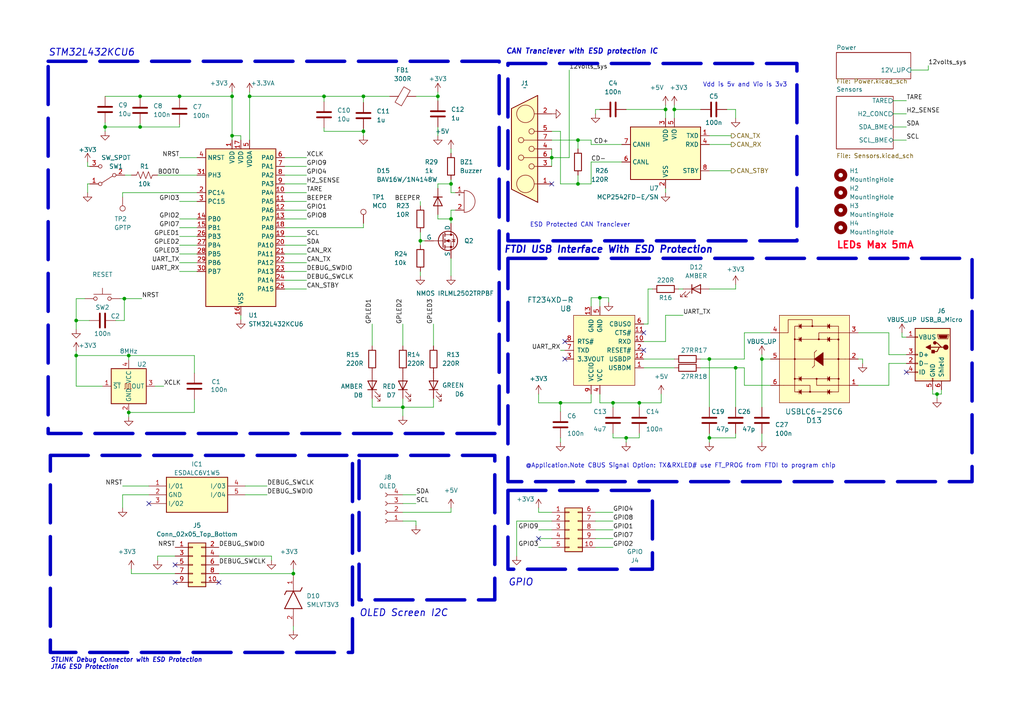
<source format=kicad_sch>
(kicad_sch (version 20231120) (generator "eeschema") (generator_version "8.0")
  (paper "A4")
  (junction (at 167.64 53.34))
  (junction (at 67.31 39.37))
  (junction (at 52.07 27.94))
  (junction (at 22.098 92.964))
  (junction (at 22.098 103.124))
  (junction (at 37.338 119.634))
  (junction (at 173.99 86.36))
  (junction (at 205.74 127))
  (junction (at 185.42 116.84))
  (junction (at 30.48 36.83))
  (junction (at 67.31 27.94))
  (junction (at 36.068 86.614))
  (junction (at 205.74 104.14))
  (junction (at 181.61 127))
  (junction (at 105.41 38.1))
  (junction (at 121.92 69.85))
  (junction (at 271.78 114.3))
  (junction (at 220.98 104.14))
  (junction (at 195.58 31.75))
  (junction (at 72.39 27.94))
  (junction (at 193.04 31.75))
  (junction (at 167.64 40.64))
  (junction (at 105.41 27.94))
  (junction (at 162.56 116.84))
  (junction (at 130.81 53.34))
  (junction (at 40.64 36.83))
  (junction (at 85.09 166.37))
  (junction (at 93.98 27.94))
  (junction (at 127 27.94))
  (junction (at 130.81 63.5))
  (junction (at 160.02 45.72))
  (junction (at 116.84 118.11))
  (junction (at 177.8 116.84))
  (junction (at 37.338 103.124))
  (junction (at 213.36 106.68))
  (junction (at 40.64 27.94))
  (no_connect (at 163.83 99.06))
  (no_connect (at 63.5 168.91))
  (no_connect (at 186.69 101.6))
  (no_connect (at 43.18 146.05))
  (no_connect (at 156.21 156.21))
  (no_connect (at 262.89 107.95))
  (no_connect (at 160.02 53.34))
  (no_connect (at 50.8 163.83))
  (no_connect (at 186.69 96.52))
  (no_connect (at 50.8 168.91))
  (no_connect (at 163.83 104.14))
  (wire (pts (xy 88.9 83.82) (xy 82.55 83.82)))
  (wire (pts (xy 35.56 140.97) (xy 43.18 140.97)))
  (wire (pts (xy 205.74 104.14) (xy 205.74 118.11)))
  (wire (pts (xy 107.95 100.33) (xy 107.95 93.98)))
  (wire (pts (xy 85.09 165.1) (xy 85.09 166.37)))
  (wire (pts (xy 52.07 71.12) (xy 57.15 71.12)))
  (wire (pts (xy 82.55 68.58) (xy 88.9 68.58)))
  (wire (pts (xy 88.9 55.88) (xy 82.55 55.88)))
  (wire (pts (xy 203.2 106.68) (xy 213.36 106.68)))
  (wire (pts (xy 187.96 93.98) (xy 186.69 93.98)))
  (wire (pts (xy 67.31 26.67) (xy 67.31 27.94)))
  (wire (pts (xy 215.9 104.14) (xy 205.74 104.14)))
  (wire (pts (xy 82.55 66.04) (xy 105.41 66.04)))
  (wire (pts (xy 35.56 55.88) (xy 57.15 55.88)))
  (wire (pts (xy 85.09 181.61) (xy 85.09 182.88)))
  (wire (pts (xy 72.39 27.94) (xy 93.98 27.94)))
  (wire (pts (xy 259.08 40.64) (xy 262.89 40.64)))
  (wire (pts (xy 125.73 118.11) (xy 125.73 115.57)))
  (wire (pts (xy 43.18 143.51) (xy 35.56 143.51)))
  (wire (pts (xy 149.86 151.13) (xy 160.02 151.13)))
  (wire (pts (xy 22.098 92.964) (xy 22.098 95.504)))
  (wire (pts (xy 35.56 55.88) (xy 35.56 57.15)))
  (wire (pts (xy 93.98 27.94) (xy 105.41 27.94)))
  (wire (pts (xy 45.72 162.56) (xy 45.72 161.29)))
  (wire (pts (xy 116.84 118.11) (xy 116.84 120.65)))
  (wire (pts (xy 213.36 83.82) (xy 205.74 83.82)))
  (wire (pts (xy 220.98 102.87) (xy 220.98 104.14)))
  (wire (pts (xy 24.638 86.614) (xy 22.098 86.614)))
  (wire (pts (xy 220.98 104.14) (xy 223.52 104.14)))
  (wire (pts (xy 93.98 27.94) (xy 93.98 29.464)))
  (wire (pts (xy 259.08 36.83) (xy 262.89 36.83)))
  (wire (pts (xy 116.84 100.33) (xy 116.84 93.98)))
  (wire (pts (xy 248.92 96.52) (xy 257.81 96.52)))
  (wire (pts (xy 273.05 113.03) (xy 273.05 114.3)))
  (wire (pts (xy 121.92 69.85) (xy 121.92 71.12)))
  (wire (pts (xy 205.74 104.14) (xy 203.2 104.14)))
  (wire (pts (xy 30.48 35.56) (xy 30.48 36.83)))
  (wire (pts (xy 257.81 105.41) (xy 262.89 105.41)))
  (wire (pts (xy 127 36.83) (xy 127 39.37)))
  (wire (pts (xy 105.41 27.94) (xy 105.41 29.718)))
  (wire (pts (xy 52.07 68.58) (xy 57.15 68.58)))
  (wire (pts (xy 220.98 104.14) (xy 220.98 118.11)))
  (wire (pts (xy 52.07 45.72) (xy 57.15 45.72)))
  (wire (pts (xy 259.08 29.21) (xy 262.89 29.21)))
  (wire (pts (xy 82.55 60.96) (xy 88.9 60.96)))
  (wire (pts (xy 130.81 43.18) (xy 130.81 44.45)))
  (wire (pts (xy 198.12 83.82) (xy 196.85 83.82)))
  (wire (pts (xy 82.55 63.5) (xy 88.9 63.5)))
  (wire (pts (xy 127 53.34) (xy 127 54.61)))
  (wire (pts (xy 213.36 127) (xy 205.74 127)))
  (wire (pts (xy 181.61 31.75) (xy 193.04 31.75)))
  (wire (pts (xy 171.45 114.3) (xy 171.45 116.84)))
  (wire (pts (xy 25.4 46.99) (xy 25.4 48.26)))
  (wire (pts (xy 193.04 91.44) (xy 193.04 99.06)))
  (wire (pts (xy 127 26.67) (xy 127 27.94)))
  (wire (pts (xy 34.798 86.614) (xy 36.068 86.614)))
  (wire (pts (xy 173.99 116.84) (xy 177.8 116.84)))
  (wire (pts (xy 177.8 125.73) (xy 177.8 127)))
  (wire (pts (xy 36.068 92.964) (xy 33.528 92.964)))
  (wire (pts (xy 56.388 115.824) (xy 56.388 119.634)))
  (wire (pts (xy 82.55 73.66) (xy 88.9 73.66)))
  (wire (pts (xy 121.92 58.42) (xy 121.92 59.69)))
  (wire (pts (xy 171.45 116.84) (xy 162.56 116.84)))
  (wire (pts (xy 171.45 41.91) (xy 180.34 41.91)))
  (wire (pts (xy 171.45 88.9) (xy 171.45 86.36)))
  (wire (pts (xy 52.07 27.94) (xy 52.07 28.448)))
  (wire (pts (xy 156.21 153.67) (xy 160.02 153.67)))
  (wire (pts (xy 165.1 20.32) (xy 165.1 45.72)))
  (wire (pts (xy 193.04 31.75) (xy 193.04 34.29)))
  (wire (pts (xy 37.338 104.394) (xy 37.338 103.124)))
  (wire (pts (xy 120.65 27.94) (xy 127 27.94)))
  (wire (pts (xy 167.64 40.64) (xy 171.45 40.64)))
  (wire (pts (xy 25.908 92.964) (xy 22.098 92.964)))
  (wire (pts (xy 78.74 162.56) (xy 78.74 161.29)))
  (wire (pts (xy 127 27.94) (xy 127 29.21)))
  (wire (pts (xy 181.61 127) (xy 181.61 128.27)))
  (wire (pts (xy 82.55 45.72) (xy 88.9 45.72)))
  (wire (pts (xy 205.74 49.53) (xy 212.09 49.53)))
  (wire (pts (xy 40.64 36.83) (xy 52.07 36.83)))
  (wire (pts (xy 72.39 27.94) (xy 72.39 40.64)))
  (wire (pts (xy 120.65 143.51) (xy 116.84 143.51)))
  (wire (pts (xy 45.72 50.8) (xy 57.15 50.8)))
  (wire (pts (xy 176.53 86.36) (xy 176.53 87.63)))
  (wire (pts (xy 185.42 125.73) (xy 185.42 127)))
  (wire (pts (xy 22.098 103.124) (xy 22.098 112.014)))
  (wire (pts (xy 30.48 36.83) (xy 40.64 36.83)))
  (wire (pts (xy 156.21 156.21) (xy 160.02 156.21)))
  (wire (pts (xy 220.98 125.73) (xy 220.98 128.27)))
  (wire (pts (xy 69.85 92.71) (xy 69.85 91.44)))
  (wire (pts (xy 107.95 118.11) (xy 107.95 115.57)))
  (wire (pts (xy 71.12 140.97) (xy 77.47 140.97)))
  (wire (pts (xy 213.36 31.75) (xy 210.82 31.75)))
  (wire (pts (xy 257.81 102.87) (xy 262.89 102.87)))
  (wire (pts (xy 215.9 96.52) (xy 223.52 96.52)))
  (wire (pts (xy 181.61 127) (xy 185.42 127)))
  (wire (pts (xy 22.098 112.014) (xy 29.718 112.014)))
  (wire (pts (xy 121.92 69.85) (xy 123.19 69.85)))
  (wire (pts (xy 271.78 115.57) (xy 271.78 114.3)))
  (wire (pts (xy 172.72 148.59) (xy 177.8 148.59)))
  (wire (pts (xy 205.74 39.37) (xy 212.09 39.37)))
  (wire (pts (xy 130.81 147.32) (xy 130.81 148.59)))
  (wire (pts (xy 82.55 71.12) (xy 88.9 71.12)))
  (wire (pts (xy 93.98 38.1) (xy 105.41 38.1)))
  (wire (pts (xy 22.098 101.854) (xy 22.098 103.124)))
  (wire (pts (xy 273.05 114.3) (xy 271.78 114.3)))
  (wire (pts (xy 56.388 108.204) (xy 56.388 103.124)))
  (wire (pts (xy 105.41 27.94) (xy 113.03 27.94)))
  (wire (pts (xy 195.58 30.48) (xy 195.58 31.75)))
  (wire (pts (xy 160.02 40.64) (xy 167.64 40.64)))
  (wire (pts (xy 82.55 76.2) (xy 88.9 76.2)))
  (wire (pts (xy 107.95 118.11) (xy 116.84 118.11)))
  (wire (pts (xy 264.16 20.32) (xy 269.24 20.32)))
  (wire (pts (xy 52.07 36.83) (xy 52.07 36.068)))
  (wire (pts (xy 25.4 53.34) (xy 26.035 53.34)))
  (wire (pts (xy 105.41 66.04) (xy 105.41 64.77)))
  (wire (pts (xy 195.58 31.75) (xy 195.58 34.29)))
  (wire (pts (xy 167.64 40.64) (xy 167.64 43.18)))
  (wire (pts (xy 167.64 53.34) (xy 162.56 53.34)))
  (wire (pts (xy 177.8 151.13) (xy 172.72 151.13)))
  (wire (pts (xy 213.36 106.68) (xy 213.36 118.11)))
  (wire (pts (xy 259.08 33.02) (xy 262.89 33.02)))
  (wire (pts (xy 116.84 118.11) (xy 116.84 115.57)))
  (wire (pts (xy 162.56 116.84) (xy 156.21 116.84)))
  (wire (pts (xy 69.85 39.37) (xy 69.85 40.64)))
  (wire (pts (xy 193.04 99.06) (xy 186.69 99.06)))
  (wire (pts (xy 132.08 60.96) (xy 130.81 60.96)))
  (wire (pts (xy 176.53 86.36) (xy 173.99 86.36)))
  (wire (pts (xy 171.45 46.99) (xy 171.45 53.34)))
  (wire (pts (xy 127 63.5) (xy 130.81 63.5)))
  (wire (pts (xy 193.04 54.61) (xy 193.04 55.88)))
  (wire (pts (xy 127 63.5) (xy 127 62.23)))
  (wire (pts (xy 162.56 116.84) (xy 162.56 119.38)))
  (wire (pts (xy 195.58 31.75) (xy 203.2 31.75)))
  (wire (pts (xy 57.15 73.66) (xy 52.07 73.66)))
  (wire (pts (xy 172.72 158.75) (xy 177.8 158.75)))
  (wire (pts (xy 171.45 46.99) (xy 180.34 46.99)))
  (wire (pts (xy 177.8 153.67) (xy 172.72 153.67)))
  (wire (pts (xy 215.9 106.68) (xy 215.9 111.76)))
  (wire (pts (xy 71.12 143.51) (xy 77.47 143.51)))
  (wire (pts (xy 177.8 156.21) (xy 172.72 156.21)))
  (wire (pts (xy 248.92 111.76) (xy 257.81 111.76)))
  (wire (pts (xy 72.39 26.67) (xy 72.39 27.94)))
  (wire (pts (xy 120.65 146.05) (xy 116.84 146.05)))
  (wire (pts (xy 40.64 35.814) (xy 40.64 36.83)))
  (wire (pts (xy 171.45 86.36) (xy 173.99 86.36)))
  (wire (pts (xy 177.8 116.84) (xy 177.8 118.11)))
  (wire (pts (xy 163.83 101.6) (xy 162.56 101.6)))
  (wire (pts (xy 52.07 66.04) (xy 57.15 66.04)))
  (wire (pts (xy 82.55 58.42) (xy 88.9 58.42)))
  (wire (pts (xy 93.98 37.084) (xy 93.98 38.1)))
  (wire (pts (xy 47.498 112.014) (xy 44.958 112.014)))
  (wire (pts (xy 35.56 143.51) (xy 35.56 147.32)))
  (wire (pts (xy 130.81 63.5) (xy 130.81 64.77)))
  (wire (pts (xy 162.56 53.34) (xy 162.56 38.1)))
  (wire (pts (xy 185.42 116.84) (xy 191.77 116.84)))
  (wire (pts (xy 78.74 161.29) (xy 63.5 161.29)))
  (wire (pts (xy 121.92 78.74) (xy 121.92 80.01)))
  (wire (pts (xy 250.19 104.14) (xy 250.19 105.41)))
  (wire (pts (xy 82.55 81.28) (xy 88.9 81.28)))
  (wire (pts (xy 37.338 103.124) (xy 22.098 103.124)))
  (wire (pts (xy 120.65 152.4) (xy 120.65 151.13)))
  (wire (pts (xy 36.195 50.8) (xy 38.1 50.8)))
  (wire (pts (xy 85.09 166.37) (xy 63.5 166.37)))
  (wire (pts (xy 213.36 125.73) (xy 213.36 127)))
  (wire (pts (xy 172.72 31.75) (xy 172.72 33.02)))
  (wire (pts (xy 269.24 20.32) (xy 269.24 19.05)))
  (wire (pts (xy 40.64 27.94) (xy 40.64 28.194)))
  (wire (pts (xy 25.4 53.34) (xy 25.4 55.88)))
  (wire (pts (xy 205.74 125.73) (xy 205.74 127)))
  (wire (pts (xy 67.31 27.94) (xy 67.31 39.37)))
  (wire (pts (xy 105.41 37.338) (xy 105.41 38.1)))
  (wire (pts (xy 30.48 27.94) (xy 40.64 27.94)))
  (wire (pts (xy 37.338 119.634) (xy 56.388 119.634)))
  (wire (pts (xy 130.81 53.34) (xy 127 53.34)))
  (wire (pts (xy 82.55 48.26) (xy 88.9 48.26)))
  (wire (pts (xy 121.92 67.31) (xy 121.92 69.85)))
  (wire (pts (xy 261.62 97.79) (xy 262.89 97.79)))
  (wire (pts (xy 177.8 116.84) (xy 185.42 116.84)))
  (wire (pts (xy 160.02 45.72) (xy 165.1 45.72)))
  (wire (pts (xy 156.21 158.75) (xy 160.02 158.75)))
  (wire (pts (xy 189.23 83.82) (xy 187.96 83.82)))
  (wire (pts (xy 156.21 116.84) (xy 156.21 114.3)))
  (wire (pts (xy 177.8 127) (xy 181.61 127)))
  (wire (pts (xy 173.99 31.75) (xy 172.72 31.75)))
  (wire (pts (xy 213.36 106.68) (xy 215.9 106.68)))
  (wire (pts (xy 52.07 78.74) (xy 57.15 78.74)))
  (wire (pts (xy 52.07 76.2) (xy 57.15 76.2)))
  (wire (pts (xy 45.72 161.29) (xy 50.8 161.29)))
  (wire (pts (xy 156.21 148.59) (xy 156.21 147.32)))
  (wire (pts (xy 105.41 38.1) (xy 105.41 39.37)))
  (wire (pts (xy 116.84 148.59) (xy 130.81 148.59)))
  (wire (pts (xy 37.338 119.634) (xy 37.338 120.904)))
  (wire (pts (xy 125.73 100.33) (xy 125.73 93.98)))
  (wire (pts (xy 171.45 53.34) (xy 167.64 53.34)))
  (wire (pts (xy 156.21 148.59) (xy 160.02 148.59)))
  (wire (pts (xy 130.81 52.07) (xy 130.81 53.34)))
  (wire (pts (xy 36.068 86.614) (xy 41.148 86.614)))
  (wire (pts (xy 25.4 48.26) (xy 26.035 48.26)))
  (wire (pts (xy 173.99 114.3) (xy 173.99 116.84)))
  (wire (pts (xy 185.42 116.84) (xy 185.42 118.11)))
  (wire (pts (xy 167.64 50.8) (xy 167.64 53.34)))
  (wire (pts (xy 173.99 86.36) (xy 173.99 88.9)))
  (wire (pts (xy 38.1 166.37) (xy 50.8 166.37)))
  (wire (pts (xy 40.64 27.94) (xy 52.07 27.94)))
  (wire (pts (xy 36.068 86.614) (xy 36.068 92.964)))
  (wire (pts (xy 22.098 86.614) (xy 22.098 92.964)))
  (wire (pts (xy 82.55 53.34) (xy 88.9 53.34)))
  (wire (pts (xy 160.02 45.72) (xy 160.02 48.26)))
  (wire (pts (xy 130.81 55.88) (xy 132.08 55.88)))
  (wire (pts (xy 205.74 41.91) (xy 212.09 41.91)))
  (wire (pts (xy 82.55 50.8) (xy 88.9 50.8)))
  (wire (pts (xy 213.36 34.29) (xy 213.36 31.75)))
  (wire (pts (xy 67.31 39.37) (xy 69.85 39.37)))
  (wire (pts (xy 193.04 91.44) (xy 198.12 91.44)))
  (wire (pts (xy 187.96 83.82) (xy 187.96 93.98)))
  (wire (pts (xy 215.9 111.76) (xy 223.52 111.76)))
  (wire (pts (xy 186.69 106.68) (xy 195.58 106.68)))
  (wire (pts (xy 130.81 53.34) (xy 130.81 55.88)))
  (wire (pts (xy 120.65 151.13) (xy 116.84 151.13)))
  (wire (pts (xy 186.69 104.14) (xy 195.58 104.14)))
  (wire (pts (xy 162.56 127) (xy 162.56 128.27)))
  (wire (pts (xy 215.9 96.52) (xy 215.9 104.14)))
  (wire (pts (xy 130.81 74.93) (xy 130.81 80.01)))
  (wire (pts (xy 193.04 30.48) (xy 193.04 31.75)))
  (wire (pts (xy 82.55 78.74) (xy 88.9 78.74)))
  (wire (pts (xy 116.84 118.11) (xy 125.73 118.11)))
  (wire (pts (xy 270.51 113.03) (xy 270.51 114.3)))
  (wire (pts (xy 171.45 40.64) (xy 171.45 41.91)))
  (wire (pts (xy 257.81 96.52) (xy 257.81 102.87)))
  (wire (pts (xy 160.02 43.18) (xy 160.02 45.72)))
  (wire (pts (xy 149.86 151.13) (xy 149.86 161.29)))
  (wire (pts (xy 261.62 96.52) (xy 261.62 97.79)))
  (wire (pts (xy 30.48 36.83) (xy 30.48 38.1)))
  (wire (pts (xy 162.56 38.1) (xy 160.02 38.1)))
  (wire (pts (xy 37.338 103.124) (xy 56.388 103.124)))
  (wire (pts (xy 52.07 63.5) (xy 57.15 63.5)))
  (wire (pts (xy 52.07 27.94) (xy 67.31 27.94)))
  (wire (pts (xy 248.92 104.14) (xy 250.19 104.14)))
  (wire (pts (xy 205.74 127) (xy 205.74 128.27)))
  (wire (pts (xy 257.81 111.76) (xy 257.81 105.41)))
  (wire (pts (xy 57.15 58.42) (xy 52.07 58.42)))
  (wire (pts (xy 67.31 39.37) (xy 67.31 40.64)))
  (wire (pts (xy 191.77 116.84) (xy 191.77 114.3)))
  (wire (pts (xy 213.36 82.55) (xy 213.36 83.82)))
  (wire (pts (xy 38.1 165.1) (xy 38.1 166.37)))
  (wire (pts (xy 130.81 60.96) (xy 130.81 63.5)))
  (wire (pts (xy 271.78 114.3) (xy 270.51 114.3)))
  (rectangle (start 14.605 132.08) (end 102.235 189.23) (stroke (width 1) (type dash)))
  (rectangle (start 147.32 142.24) (end 189.23 165.1) (stroke (width 1) (type dash)))
  (rectangle (start 13.97 17.78) (end 144.78 125.73) (stroke (width 1) (type dash)))
  (rectangle (start 147.32 18.415) (end 231.14 69.85) (stroke (width 1) (type dash)))
  (rectangle (start 147.32 74.93) (end 281.94 139.7) (stroke (width 1) (type dash)))
  (rectangle (start 104.14 132.08) (end 143.51 173.99) (stroke (width 1) (type dash)))
  (text "Vdd is 5v and Vio is 3v3\n" (at 203.835 25.4 0) (effects (font (size 1.27 1.27)) (justify left bottom)))
  (text "LEDs Max 5mA" (at 242.57 72.39 0) (effects (font (size 2 2) (thickness 0.4) (bold yes)) (justify left bottom)))
  (text "https://www.lcd-module.com/fileadmin/eng/pdf/doma/dogs164e.pdf" (at 20.32 304.8 0) (effects (font (size 1.27 1.27)) (justify left bottom)))
  (text "https://www.amazon.ca/GeeekPi-Display-Two-Color-Compatible-Raspberry/dp/B0B7RPCZ4Z/ref=sr_1_10?hvadid=604602882874&hvdev=c&hvlocphy=9001383&hvnetw=g&hvqmt=e&hvrand=1361348443853103793&hvtargid=kwd-298923025431&hydadcr=1498_13517094&keywords=i2c+display&qid=1697308350&sr=8-10\n" (at 20.32 300.99 0) (effects (font (size 1.27 1.27)) (justify left bottom)))
  (text "Place Holder I2C Dispaly module.\nOptions for I2C displays:\n  LCD - semi expensive & bulky; Easy to program and use, Decent display freedom\n7 Seg - Probably easiet method - already have stock - limited dispaly capability.\n OLED - Existing STM32 Drivers, semi-expensive - Huge display capability." (at 104.14 223.52 0) (effects (font (size 1.27 1.27)) (justify left bottom)))
  (text "FTDI USB Interface With ESD Protection\n" (at 146.05 73.66 0) (effects (font (size 2 2) (thickness 0.4) (bold yes) (italic yes)) (justify left bottom)))
  (text "OLED Screen I2C" (at 104.14 179.07 0) (effects (font (size 2 2) (thickness 0.254) (bold yes) (italic yes)) (justify left bottom)))
  (text "@Application.Note CBUS Signal Option: TX&RXLED# use FT_PROG from FTDI to program chip\n" (at 152.4 135.89 0) (effects (font (size 1.27 1.27)) (justify left bottom)))
  (text "STM32L432KCU6" (at 13.97 16.51 0) (effects (font (size 2 2) (thickness 0.254) (bold yes) (italic yes)) (justify left bottom)))
  (text "ESD Protected CAN Tranciever\n" (at 153.67 66.04 0) (effects (font (size 1.27 1.27)) (justify left bottom)))
  (text "STLINK Debug Connector with ESD Protection\nJTAG ESD Protection" (at 14.605 194.31 0) (effects (font (size 1.27 1.27) (thickness 0.254) (bold yes) (italic yes)) (justify left bottom)))
  (text "GPIO" (at 147.32 170.18 0) (effects (font (size 2 2) (thickness 0.254) (bold yes) (italic yes)) (justify left bottom)))
  (text "CAN Tranciever with ESD protection IC" (at 146.685 15.875 0) (effects (font (size 1.5 1.5) (thickness 0.3) (bold yes) (italic yes)) (justify left bottom)))
  (label "H2_SENSE" (at 88.9 53.34 0))
  (label "CAN_TX" (at 88.9 76.2 0))
  (label "GPIO4" (at 88.9 50.8 0))
  (label "GPIO4" (at 177.8 148.59 0))
  (label "GPIO8" (at 177.8 151.13 0))
  (label "DEBUG_SWCLK" (at 77.47 140.97 0))
  (label "UART_RX" (at 162.56 101.6 180))
  (label "NRST" (at 52.07 45.72 180))
  (label "H2_SENSE" (at 262.89 33.02 0))
  (label "CD+" (at 176.53 41.91 180))
  (label "GPIO7" (at 177.8 156.21 0))
  (label "CAN_RX" (at 88.9 73.66 0))
  (label "GPLED1" (at 52.07 68.58 180))
  (label "SCL" (at 120.65 146.05 0))
  (label "DEBUG_SWCLK" (at 63.5 163.83 0))
  (label "GPIO9" (at 88.9 48.26 0))
  (label "UART_TX" (at 52.07 76.2 180))
  (label "12volts_sys" (at 165.1 20.32 0))
  (label "DEBUG_SWDIO" (at 77.47 143.51 0))
  (label "GPIO3" (at 52.07 58.42 180))
  (label "SDA" (at 88.9 71.12 0))
  (label "GPIO1" (at 177.8 153.67 0))
  (label "BOOT0" (at 52.07 50.8 180))
  (label "GPLED3" (at 52.07 73.66 180))
  (label "DEBUG_SWCLK" (at 88.9 81.28 0))
  (label "GPIO7" (at 52.07 66.04 180))
  (label "SDA" (at 262.89 36.83 0))
  (label "BEEPER" (at 121.92 58.42 180))
  (label "GPIO2" (at 52.07 63.5 180))
  (label "DEBUG_SWDIO" (at 88.9 78.74 0))
  (label "SDA" (at 120.65 143.51 0))
  (label "GPLED2" (at 52.07 71.12 180))
  (label "NRST" (at 41.148 86.614 0))
  (label "XCLK" (at 88.9 45.72 0))
  (label "NRST" (at 35.56 140.97 180))
  (label "12volts_sys" (at 269.24 19.05 0))
  (label "GPIO9" (at 156.21 153.67 180))
  (label "TARE" (at 88.9 55.88 0))
  (label "NRST" (at 50.8 158.75 180))
  (label "SCL" (at 262.89 40.64 0))
  (label "UART_TX" (at 198.12 91.44 0))
  (label "GPIO3" (at 156.21 158.75 180))
  (label "UART_RX" (at 52.07 78.74 180))
  (label "GPLED3" (at 125.73 93.98 90))
  (label "CD-" (at 171.45 46.99 0))
  (label "XCLK" (at 47.498 112.014 0))
  (label "DEBUG_SWDIO" (at 63.5 158.75 0))
  (label "SCL" (at 88.9 68.58 0))
  (label "CAN_STBY" (at 88.9 83.82 0))
  (label "GPIO8" (at 88.9 63.5 0))
  (label "GPLED1" (at 107.95 93.98 90))
  (label "TARE" (at 262.89 29.21 0))
  (label "GPLED2" (at 116.84 93.98 90))
  (label "GPIO1" (at 88.9 60.96 0))
  (label "GPIO2" (at 177.8 158.75 0))
  (label "BEEPER" (at 88.9 58.42 0))
  (hierarchical_label "CAN_STBY" (shape output) (at 212.09 49.53 0))
  (hierarchical_label "CAN_RX" (shape output) (at 212.09 41.91 0))
  (hierarchical_label "CAN_TX" (shape output) (at 212.09 39.37 0))
  (symbol (lib_id "power:+3V3") (at 127 26.67 0) (unit 1)
    (property "Reference" "#PWR039" (effects (hide yes)))
    (property "Value" "+3V3" (at 127 22.86 0))
  )
  (symbol (lib_id "Device:C") (at 105.41 33.528 0) (unit 1)
    (property "Reference" "C11" (at 109.22 32.258 0) (effects (justify left)))
    (property "Value" "1u" (at 109.22 34.798 0) (effects (justify left)))
    (property "Footprint" "Capacitor_SMD:C_0805_2012Metric" (effects (hide yes)))
    (property "JLCPCB Part#(Optional)" "C28323" (effects (hide yes)))
    (property "JLCPCB Part#(optional)" "C28323" (effects (hide yes)))
  )
  (symbol (lib_id "Device:R") (at 130.81 48.26 0) (unit 1)
    (property "Reference" "R29" (at 123.19 46.99 0) (effects (justify left)))
    (property "Value" "1k" (at 123.19 49.53 0) (effects (justify left)))
    (property "Footprint" "Resistor_SMD:R_0805_2012Metric" (effects (hide yes)))
    (property "JLCPCB Part#(Optional)" "C17513" (effects (hide yes)))
    (property "JLCPCB Part#(optional)" "C17513" (effects (hide yes)))
  )
  (symbol (lib_id "power:+3V3") (at 213.36 82.55 0) (unit 1)
    (property "Reference" "#PWR063" (effects (hide yes)))
    (property "Value" "+3V3" (at 213.36 78.105 0))
  )
  (symbol (lib_id "power:GND") (at 37.338 120.904 0) (unit 1)
    (property "Reference" "#PWR040" (effects (hide yes)))
    (property "Value" "GND" (effects (hide yes)))
  )
  (symbol (lib_id "Device:C") (at 30.48 31.75 0) (unit 1)
    (property "Reference" "C9" (at 34.29 30.48 0) (effects (justify left)))
    (property "Value" "10u" (at 34.29 33.02 0) (effects (justify left)))
    (property "Footprint" "Capacitor_SMD:C_0603_1608Metric" (effects (hide yes)))
    (property "JLCPCB Part#(Optional)" "C96446" (effects (hide yes)))
    (property "JLCPCB Part#(optional)" "C96446" (effects (hide yes)))
  )
  (symbol (lib_id "Device:C") (at 127 33.02 0) (unit 1)
    (property "Reference" "C12" (at 130.81 31.75 0) (effects (justify left)))
    (property "Value" "1u" (at 130.81 34.29 0) (effects (justify left)))
    (property "Footprint" "Capacitor_SMD:C_0805_2012Metric" (effects (hide yes)))
    (property "JLCPCB Part#(Optional)" "C28323" (effects (hide yes)))
    (property "JLCPCB Part#(optional)" "C28323" (effects (hide yes)))
  )
  (symbol (lib_id "Device:R") (at 167.64 46.99 0) (mirror y) (unit 1)
    (property "Reference" "R26" (at 176.53 49.53 0) (effects (justify left)))
    (property "Value" "120R" (at 176.53 52.07 0) (effects (justify left)))
    (property "Footprint" "Resistor_SMD:R_0603_1608Metric" (effects (hide yes)))
  )
  (symbol (lib_id "Device:C") (at 177.8 31.75 90) (unit 1)
    (property "Reference" "C4" (at 177.8 24.13 90))
    (property "Value" "100n" (at 177.8 26.67 90))
    (property "Footprint" "Capacitor_SMD:C_0402_1005Metric" (effects (hide yes)))
    (property "JLCPCB Part#(Optional)" "C1525" (effects (hide yes)))
    (property "JLCPCB Part#(optional)" "C1525" (effects (hide yes)))
  )
  (symbol (lib_id "RF_Parts:ESDALC6V1W5") (at 43.18 140.97 0) (unit 1)
    (property "Reference" "IC1" (at 57.15 134.62 0))
    (property "Value" "ESDALC6V1W5" (at 57.15 137.16 0))
    (property "Footprint" "SYM&FOOT:SOT65P210X110-5N" (effects (hide yes)))
    (property "Datasheet" "http://www.st.com/web/en/resource/technical/document/datasheet/CD00002946.pdf" (effects (hide yes)))
    (property "Description" "6.1V 6.1V 4 3V SOT-323-5  ESD Protection Devices ROHS" (effects (hide yes)))
    (property "DK #" "497-7231-1-ND" (effects (hide yes)))
    (property "JLCPCB Part#(Optional)" "C2827626" (effects (hide yes)))
  )
  (symbol (lib_id "Connector_Generic:Conn_02x05_Odd_Even") (at 55.88 163.83 0) (unit 1)
    (property "Reference" "J5" (at 57.15 152.4 0))
    (property "Value" "Conn_02x05_Top_Bottom" (at 57.15 154.94 0))
    (property "Footprint" "Connector_PinHeader_2.54mm:PinHeader_2x05_P2.54mm_Vertical" (effects (hide yes)))
  )
  (symbol (lib_id "Device:C") (at 93.98 33.274 0) (unit 1)
    (property "Reference" "C10" (at 97.79 32.004 0) (effects (justify left)))
    (property "Value" "10u" (at 97.79 34.544 0) (effects (justify left)))
    (property "Footprint" "Capacitor_SMD:C_0603_1608Metric" (effects (hide yes)))
    (property "JLCPCB Part#(Optional)" "C96446" (effects (hide yes)))
    (property "JLCPCB Part#(optional)" "C96446" (effects (hide yes)))
  )
  (symbol (lib_id "Device:LED") (at 201.93 83.82 0) (unit 1)
    (property "Reference" "D12" (at 201.93 77.47 0))
    (property "Value" "AMBER" (at 201.93 80.01 0))
    (property "Footprint" "LED_SMD:LED_0805_2012Metric" (effects (hide yes)))
    (property "Description" "White -40℃~+85℃ 605nm~605nm Amber 54mW 0603 Light Emitting Diodes (LED) ROHS" (effects (hide yes)))
    (property "JLCPCB Part#(Optional)" "C2296" (effects (hide yes)))
    (property "JLCPCB Part#(optional)" "C2296" (effects (hide yes)))
  )
  (symbol (lib_id "power:GND") (at 193.04 55.88 0) (unit 1)
    (property "Reference" "#PWR043" (effects (hide yes)))
    (property "Value" "GND" (effects (hide yes)))
  )
  (symbol (lib_id "RF_Parts:VBUS_UP") (at 220.98 102.87 0) (mirror y) (unit 1)
    (property "Reference" "#PWR065" (effects (hide yes)))
    (property "Value" "VBUS_UP" (at 220.98 99.06 0))
  )
  (symbol (lib_id "power:GND") (at 250.19 105.41 0) (unit 1)
    (property "Reference" "#PWR064" (effects (hide yes)))
    (property "Value" "GND" (effects (hide yes)))
  )
  (symbol (lib_id "Mechanical:MountingHole") (at 243.84 55.88 0) (unit 1)
    (property "Reference" "H2" (at 246.38 54.61 0) (effects (justify left)))
    (property "Value" "MountingHole" (at 246.38 57.15 0) (effects (justify left)))
    (property "Footprint" "MountingHole:MountingHole_3.2mm_M3" (effects (hide yes)))
  )
  (symbol (lib_id "Device:R_US") (at 41.91 50.8 90) (unit 1)
    (property "Reference" "R1" (at 41.91 48.26 90))
    (property "Value" "10k" (at 41.91 53.34 90))
    (property "Footprint" "Resistor_SMD:R_0805_2012Metric" (effects (hide yes)))
    (property "JLCPCB Part#(Optional)" "C17414" (effects (hide yes)))
    (property "JLCPCB Part#(optional)" "C17414" (effects (hide yes)))
  )
  (symbol (lib_id "MCU_ST_STM32L4:STM32L432KCUx") (at 69.85 66.04 0) (unit 1)
    (property "Reference" "U1" (at 72.0441 91.44 0) (effects (justify left)))
    (property "Value" "STM32L432KCU6" (at 72.0441 93.98 0) (effects (justify left)))
    (property "Footprint" "Package_DFN_QFN:QFN-32-1EP_5x5mm_P0.5mm_EP3.45x3.45mm" (effects (hide yes)))
    (property "Datasheet" "https://www.st.com/resource/en/datasheet/stm32l432kc.pdf" (effects (hide yes)))
    (property "JLCPCB Part#(Optional)" "C1337280" (effects (hide yes)))
    (property "JLCPCB Part#(optional)" "C1337280" (effects (hide yes)))
  )
  (symbol (lib_id "Mechanical:MountingHole") (at 243.84 66.04 0) (unit 1)
    (property "Reference" "H4" (at 246.38 64.77 0) (effects (justify left)))
    (property "Value" "MountingHole" (at 246.38 67.31 0) (effects (justify left)))
    (property "Footprint" "MountingHole:MountingHole_3.2mm_M3" (effects (hide yes)))
  )
  (symbol (lib_id "Device:R") (at 125.73 104.14 180) (unit 1)
    (property "Reference" "R13" (at 133.35 102.87 0) (effects (justify left)))
    (property "Value" "220R" (at 133.35 105.41 0) (effects (justify left)))
    (property "Footprint" "Resistor_SMD:R_0805_2012Metric" (effects (hide yes)))
    (property "JLCPCB Part#(Optional)" "C17557" (effects (hide yes)))
    (property "JLCPCB Part#(optional)" "C17557" (effects (hide yes)))
  )
  (symbol (lib_id "Device:D") (at 127 58.42 270) (unit 1)
    (property "Reference" "D15" (at 109.22 49.53 90) (effects (justify left)))
    (property "Value" "BAV16W/1N4148W" (at 109.22 52.07 90) (effects (justify left)))
    (property "Footprint" "Diode_SMD:D_SOD-123" (effects (hide yes)))
    (property "JLCPCB Part#(Optional)" "C81598" (effects (hide yes)))
    (property "JLCPCB Part#(optional)" "C81598" (effects (hide yes)))
  )
  (symbol (lib_id "Device:R") (at 199.39 106.68 90) (unit 1)
    (property "Reference" "R18" (at 203.2 109.22 90))
    (property "Value" "27R" (at 199.39 109.22 90))
    (property "Footprint" "Resistor_SMD:R_0603_1608Metric" (effects (hide yes)))
    (property "JLCPCB Part#(Optional)" "C25190" (effects (hide yes)))
    (property "JLCPCB Part#(optional)" "C25190" (effects (hide yes)))
  )
  (symbol (lib_id "power:GND") (at 160.02 33.02 90) (unit 1)
    (property "Reference" "#PWR045" (effects (hide yes)))
    (property "Value" "GND" (effects (hide yes)))
  )
  (symbol (lib_id "power:GND") (at 271.78 115.57 0) (unit 1)
    (property "Reference" "#PWR068" (effects (hide yes)))
    (property "Value" "GND" (effects (hide yes)))
  )
  (symbol (lib_id "Connector:Conn_01x04_Socket") (at 111.76 148.59 180) (unit 1)
    (property "Reference" "J8" (at 112.395 138.43 0))
    (property "Value" "OLED" (at 112.395 140.97 0))
    (property "Footprint" "SYM&FOOT:Display_128x64_096_I2C" (effects (hide yes)))
  )
  (symbol (lib_id "power:GND") (at 127 39.37 0) (unit 1)
    (property "Reference" "#PWR09" (effects (hide yes)))
    (property "Value" "GND" (effects (hide yes)))
  )
  (symbol (lib_id "Connector:TestPoint") (at 105.41 64.77 0) (unit 1)
    (property "Reference" "TP1" (at 107.95 57.15 0) (effects (justify left)))
    (property "Value" "MCO" (at 107.95 59.69 0) (effects (justify left)))
    (property "Footprint" "TestPoint:TestPoint_Pad_D1.0mm" (effects (hide yes)))
  )
  (symbol (lib_id "Device:R") (at 121.92 63.5 180) (unit 1)
    (property "Reference" "R23" (at 116.84 59.69 0))
    (property "Value" "10R" (at 116.84 62.23 0))
    (property "Footprint" "Resistor_SMD:R_0805_2012Metric" (effects (hide yes)))
    (property "JLCPCB Part#(Optional)" "C17415" (effects (hide yes)))
    (property "JLCPCB Part#(optional)" "C17415" (effects (hide yes)))
  )
  (symbol (lib_id "Switch:SW_SPDT") (at 31.115 50.8 180) (unit 1)
    (property "Reference" "SW1" (at 33.655 48.26 0))
    (property "Value" "SW_SPDT" (at 33.655 45.72 0))
    (property "Footprint" "Button_Switch_SMD:SW_SPDT_PCM12" (effects (hide yes)))
    (property "DK #" "2223-SLW-66527511-SMT-TRCT-ND" (effects (hide yes)))
  )
  (symbol (lib_id "power:GND") (at 78.74 162.56 0) (unit 1)
    (property "Reference" "#PWR056" (effects (hide yes)))
    (property "Value" "GND" (effects (hide yes)))
  )
  (symbol (lib_id "dk_Interface-Controllers:FT234XD-R") (at 176.53 104.14 180) (unit 1)
    (property "Reference" "U8" (at 165.735 89.535 0) (effects (font (size 1.524 1.524)) (justify left)))
    (property "Value" "FT234XD-R" (at 166.37 86.995 0) (effects (font (size 1.524 1.524)) (justify left)))
    (property "Footprint" "digikey-footprints:DFN-12-1EP_3x3mm" (effects (hide yes)))
    (property "Datasheet" "http://www.ftdichip.com/Support/Documents/DataSheets/ICs/DS_FT234XD.pdf" (effects (hide yes)))
    (property "Description" "IC USB SERIAL BASIC UART 12DFN" (effects (hide yes)))
    (property "Category" "Integrated Circuits (ICs)" (effects (hide yes)))
    (property "DK #" "768-1178-1-ND" (effects (hide yes)))
    (property "JLCPCB Part#(Optional)" "C132158" (effects (hide yes)))
    (property "JLCPCB Part#(optional)" "C132158" (effects (hide yes)))
  )
  (symbol (lib_id "power:GND") (at 149.86 161.29 0) (unit 1)
    (property "Reference" "#PWR076" (effects (hide yes)))
    (property "Value" "GND" (effects (hide yes)))
  )
  (symbol (lib_id "Device:C") (at 220.98 121.92 0) (mirror x) (unit 1)
    (property "Reference" "C27" (at 224.79 123.19 0) (effects (justify left)))
    (property "Value" "100n" (at 224.79 125.73 0) (effects (justify left)))
    (property "Footprint" "Capacitor_SMD:C_0402_1005Metric" (effects (hide yes)))
    (property "Description" "100nF -20%,+80% 16V Y5V 0402 Multilayer Ceramic Capacitors MLCC - SMD/SMT RoHS" (effects (hide yes)))
    (property "JLCPCB Part#(Optional)" "C1525" (effects (hide yes)))
    (property "JLCPCB Part#(optional)" "C1525" (effects (hide yes)))
  )
  (symbol (lib_id "power:GND") (at 30.48 38.1 0) (unit 1)
    (property "Reference" "#PWR06" (effects (hide yes)))
    (property "Value" "GND" (effects (hide yes)))
  )
  (symbol (lib_id "power:GND") (at 205.74 128.27 0) (unit 1)
    (property "Reference" "#PWR062" (effects (hide yes)))
    (property "Value" "GND" (effects (hide yes)))
  )
  (symbol (lib_id "power:GND") (at 172.72 33.02 0) (unit 1)
    (property "Reference" "#PWR012" (effects (hide yes)))
    (property "Value" "GND" (effects (hide yes)))
  )
  (symbol (lib_id "power:GND") (at 105.41 39.37 0) (unit 1)
    (property "Reference" "#PWR08" (effects (hide yes)))
    (property "Value" "GND" (effects (hide yes)))
  )
  (symbol (lib_id "power:GND") (at 181.61 128.27 0) (unit 1)
    (property "Reference" "#PWR060" (effects (hide yes)))
    (property "Value" "GND" (effects (hide yes)))
  )
  (symbol (lib_id "Switch:SW_Push") (at 29.718 86.614 0) (unit 1)
    (property "Reference" "SW2" (at 29.718 89.154 0))
    (property "Value" "RESET" (at 29.718 79.629 0))
    (property "Footprint" "Button_Switch_THT:SW_PUSH_6mm_H5mm" (effects (hide yes)))
  )
  (symbol (lib_id "Device:LED") (at 116.84 111.76 90) (unit 1)
    (property "Reference" "D7" (at 114.808 114.6175 90) (effects (justify left)))
    (property "Value" "RED" (at 114.808 112.0775 90) (effects (justify left)))
    (property "Footprint" "LED_SMD:LED_0805_2012Metric" (effects (hide yes)))
    (property "JLCPCB Part#(Optional)" "C84256" (effects (hide yes)))
    (property "JLCPCB Part#(optional)" "C84256" (effects (hide yes)))
  )
  (symbol (lib_id "power:GND") (at 121.92 80.01 0) (unit 1)
    (property "Reference" "#PWR079" (effects (hide yes)))
    (property "Value" "GND" (effects (hide yes)))
  )
  (symbol (lib_id "dk_TVS-Diodes:USBLC6-2SC6") (at 236.22 104.14 180) (unit 1)
    (property "Reference" "D13" (at 236.093 121.92 0) (effects (font (size 1.524 1.524))))
    (property "Value" "USBLC6-2SC6" (at 236.093 119.38 0) (effects (font (size 1.524 1.524))))
    (property "Footprint" "SYM&FOOT:SOT23-6L_STM" (effects (hide yes)))
    (property "Datasheet" "http://www.st.com/content/ccc/resource/technical/document/datasheet/06/1d/48/9c/6c/20/4a/b2/CD00050750.pdf/files/CD00050750.pdf/jcr:content/translations/en.CD00050750.pdf" (effects (hide yes)))
    (property "Description" "TVS DIODE 5.25V 17V SOT23-6" (effects (hide yes)))
    (property "Category" "Circuit Protection" (effects (hide yes)))
    (property "DK #" "497-5235-1-ND" (effects (hide yes)))
  )
  (symbol (lib_id "Device:R") (at 193.04 83.82 90) (unit 1)
    (property "Reference" "R16" (at 193.04 86.36 90))
    (property "Value" "220R" (at 193.04 81.28 90))
    (property "Footprint" "Resistor_SMD:R_0805_2012Metric" (effects (hide yes)))
    (property "JLCPCB Part#(Optional)" "C17557" (effects (hide yes)))
    (property "JLCPCB Part#(optional)" "C17557" (effects (hide yes)))
  )
  (symbol (lib_id "power:+3V3") (at 156.21 147.32 0) (unit 1)
    (property "Reference" "#PWR077" (effects (hide yes)))
    (property "Value" "+3V3" (at 152.4 144.78 0))
  )
  (symbol (lib_id "Device:C") (at 162.56 123.19 0) (unit 1)
    (property "Reference" "C6" (at 164.465 120.65 0) (effects (justify left)))
    (property "Value" "100n" (at 164.465 125.73 0) (effects (justify left)))
    (property "Footprint" "Capacitor_SMD:C_0402_1005Metric" (effects (hide yes)))
    (property "Description" "100nF -20%,+80% 16V Y5V 0402 Multilayer Ceramic Capacitors MLCC - SMD/SMT RoHS" (effects (hide yes)))
    (property "JLCPCB Part#(Optional)" "C1525" (effects (hide yes)))
    (property "JLCPCB Part#(optional)" "C1525" (effects (hide yes)))
  )
  (symbol (lib_id "power:GND") (at 25.4 55.88 0) (unit 1)
    (property "Reference" "#PWR011" (effects (hide yes)))
    (property "Value" "GND" (effects (hide yes)))
  )
  (symbol (lib_id "Device:LED") (at 125.73 111.76 90) (unit 1)
    (property "Reference" "D6" (at 134.62 114.3 90) (effects (justify left)))
    (property "Value" "GREEN" (at 134.62 111.76 90) (effects (justify left)))
    (property "Footprint" "LED_SMD:LED_0805_2012Metric" (effects (hide yes)))
    (property "JLCPCB Part#(Optional)" "C2297" (effects (hide yes)))
    (property "JLCPCB Part#(optional)" "C2297" (effects (hide yes)))
  )
  (symbol (lib_id "Device:C") (at 185.42 121.92 0) (unit 1)
    (property "Reference" "C14" (at 187.325 119.38 0) (effects (justify left)))
    (property "Value" "100n" (at 187.325 124.46 0) (effects (justify left)))
    (property "Footprint" "Capacitor_SMD:C_0402_1005Metric" (effects (hide yes)))
    (property "Description" "100nF -20%,+80% 16V Y5V 0402 Multilayer Ceramic Capacitors MLCC - SMD/SMT RoHS" (effects (hide yes)))
    (property "JLCPCB Part#(Optional)" "C1525" (effects (hide yes)))
    (property "JLCPCB Part#(optional)" "C1525" (effects (hide yes)))
  )
  (symbol (lib_id "power:+5V") (at 193.04 30.48 0) (unit 1)
    (property "Reference" "#PWR013" (effects (hide yes)))
    (property "Value" "+5V" (at 190.5 25.4 0))
  )
  (symbol (lib_id "power:GND") (at 22.098 95.504 0) (unit 1)
    (property "Reference" "#PWR041" (effects (hide yes)))
    (property "Value" "GND" (effects (hide yes)))
  )
  (symbol (lib_id "Device:FerriteBead") (at 116.84 27.94 90) (unit 1)
    (property "Reference" "FB1" (at 116.7892 20.32 90))
    (property "Value" "300R" (at 116.7892 22.86 90))
    (property "Footprint" "Inductor_SMD:L_0805_2012Metric" (effects (hide yes)))
    (property "DK #" "1934-1474-1-ND" (effects (hide yes)))
  )
  (symbol (lib_id "power:GND") (at 45.72 162.56 0) (mirror y) (unit 1)
    (property "Reference" "#PWR080" (effects (hide yes)))
    (property "Value" "GND" (effects (hide yes)))
  )
  (symbol (lib_id "RF_Parts:VBUS_UP") (at 261.62 96.52 0) (unit 1)
    (property "Reference" "#PWR067" (effects (hide yes)))
    (property "Value" "VBUS_UP" (at 261.62 92.71 0))
  )
  (symbol (lib_id "Device:C") (at 205.74 121.92 180) (unit 1)
    (property "Reference" "C19" (at 210.185 119.38 0) (effects (justify left)))
    (property "Value" "47p" (at 211.455 124.46 0) (effects (justify left)))
    (property "Footprint" "Capacitor_SMD:C_0603_1608Metric" (effects (hide yes)))
    (property "JLCPCB Part#(Optional)" "C1671" (effects (hide yes)))
    (property "JLCPCB Part#(optional)" "C1671" (effects (hide yes)))
  )
  (symbol (lib_id "power:+3V3") (at 25.4 46.99 0) (unit 1)
    (property "Reference" "#PWR010" (effects (hide yes)))
    (property "Value" "+3V3" (at 25.4 43.434 0))
  )
  (symbol (lib_id "RF_Parts:SMLVT3V3") (at 85.09 166.37 270) (unit 1)
    (property "Reference" "D10" (at 88.9 172.847 90) (effects (justify left)))
    (property "Value" "SMLVT3V3" (at 88.9 175.387 90) (effects (justify left)))
    (property "Footprint" "SYM&FOOT:DIOM5436X265N" (effects (hide yes)))
    (property "Datasheet" "https://www.st.com/resource/en/datasheet/smlvt3v3.pdf" (effects (hide yes)))
    (property "Description" "7.3V 4.1V 3.3V SMB TVS ROHS" (effects (hide yes)))
    (property "DK #" "497-2496-1-ND" (effects (hide yes)))
    (property "JLCPCB Part#(Optional)" "C283619" (effects (hide yes)))
  )
  (symbol (lib_id "power:+3V3") (at 38.1 165.1 0) (unit 1)
    (property "Reference" "#PWR082" (effects (hide yes)))
    (property "Value" "+3V3" (at 36.83 160.02 0))
  )
  (symbol (lib_id "Simulation_SPICE:NMOS") (at 128.27 69.85 0) (unit 1)
    (property "Reference" "Q2" (at 134.62 69.85 0) (effects (justify left)))
    (property "Value" "NMOS IRLML2502TRPBF" (at 120.65 85.09 0) (effects (justify left)))
    (property "Footprint" "Package_TO_SOT_SMD:SOT-23" (effects (hide yes)))
    (property "Datasheet" "https://ngspice.sourceforge.io/docs/ngspice-manual.pdf" (effects (hide yes)))
    (property "Description" "Any n channel mosfet that can handle 5v" (effects (hide yes)))
    (property "DK #" "IRLML2502TRPBFCT-ND" (effects (hide yes)))
    (property "JLCPCB Part#(optional)" "C8545" (effects (hide yes)))
    (property "JLCPCB Part#(Optional)" "C8545" (effects (hide yes)))
  )
  (symbol (lib_id "power:+5V") (at 130.81 43.18 0) (unit 1)
    (property "Reference" "#PWR054" (effects (hide yes)))
    (property "Value" "+5V" (at 128.27 38.1 0))
  )
  (symbol (lib_id "Device:C") (at 177.8 121.92 0) (unit 1)
    (property "Reference" "C13" (at 172.085 119.38 0) (effects (justify left)))
    (property "Value" "4u7" (at 172.085 124.46 0) (effects (justify left)))
    (property "Footprint" "Capacitor_SMD:C_0805_2012Metric" (effects (hide yes)))
    (property "JLCPCB Part#(Optional)" "C1779" (effects (hide yes)))
    (property "JLCPCB Part#(optional)" "C1779" (effects (hide yes)))
  )
  (symbol (lib_id "power:+3.3VA") (at 72.39 26.67 0) (unit 1)
    (property "Reference" "#PWR07" (effects (hide yes)))
    (property "Value" "+3.3VA" (at 76.2 24.13 0))
  )
  (symbol (lib_id "Mechanical:MountingHole") (at 243.84 60.96 0) (unit 1)
    (property "Reference" "H3" (at 246.38 59.69 0) (effects (justify left)))
    (property "Value" "MountingHole" (at 246.38 62.23 0) (effects (justify left)))
    (property "Footprint" "MountingHole:MountingHole_3.2mm_M3" (effects (hide yes)))
  )
  (symbol (lib_id "Device:R") (at 199.39 104.14 90) (unit 1)
    (property "Reference" "R17" (at 203.2 101.6 90))
    (property "Value" "27R" (at 199.39 101.6 90))
    (property "Footprint" "Resistor_SMD:R_0603_1608Metric" (effects (hide yes)))
    (property "JLCPCB Part#(Optional)" "C25190" (effects (hide yes)))
    (property "JLCPCB Part#(optional)" "C25190" (effects (hide yes)))
  )
  (symbol (lib_id "Connector_Generic:Conn_02x05_Top_Bottom") (at 165.1 153.67 0) (unit 1)
    (property "Reference" "J4" (at 184.15 162.56 0))
    (property "Value" "GPIO" (at 184.15 160.02 0))
    (property "Footprint" "Connector_PinHeader_2.54mm:PinHeader_2x05_P2.54mm_Vertical" (effects (hide yes)))
    (property "JLCPCB Part#(Optional)" "C5116482" (effects (hide yes)))
  )
  (symbol (lib_id "Interface_CAN_LIN:MCP2542FDxMF") (at 193.04 44.45 0) (mirror y) (unit 1)
    (property "Reference" "U7" (at 191.0841 54.61 0) (effects (justify left)))
    (property "Value" "MCP2542FD-E/SN" (at 191.0841 57.15 0) (effects (justify left)))
    (property "Footprint" "Package_SO:SOIC-8_3.9x4.9mm_P1.27mm" (effects (hide yes)))
    (property "Datasheet" "http://ww1.microchip.com/downloads/en/DeviceDoc/MCP2542FD-4FD-MCP2542WFD-4WFD-Data-Sheet20005514B.pdf" (effects (hide yes)))
    (property "DK #" "MCP2542FD-E/SN-ND" (effects (hide yes)))
  )
  (symbol (lib_id "Mechanical:MountingHole") (at 243.84 50.8 0) (unit 1)
    (property "Reference" "H1" (at 246.38 49.53 0) (effects (justify left)))
    (property "Value" "MountingHole" (at 246.38 52.07 0) (effects (justify left)))
    (property "Footprint" "MountingHole:MountingHole_3.2mm_M3" (effects (hide yes)))
  )
  (symbol (lib_id "power:GND") (at 69.85 92.71 0) (unit 1)
    (property "Reference" "#PWR04" (effects (hide yes)))
    (property "Value" "GND" (effects (hide yes)))
  )
  (symbol (lib_id "power:+3V3") (at 156.21 114.3 0) (unit 1)
    (property "Reference" "#PWR057" (effects (hide yes)))
    (property "Value" "+3V3" (at 156.21 109.855 0))
  )
  (symbol (lib_id "Device:C") (at 213.36 121.92 180) (unit 1)
    (property "Reference" "C26" (at 217.805 119.38 0) (effects (justify left)))
    (property "Value" "47p" (at 219.075 124.46 0) (effects (justify left)))
    (property "Footprint" "Capacitor_SMD:C_0603_1608Metric" (effects (hide yes)))
    (property "JLCPCB Part#(Optional)" "C1671" (effects (hide yes)))
    (property "JLCPCB Part#(optional)" "C1671" (effects (hide yes)))
  )
  (symbol (lib_id "Device:R") (at 107.95 104.14 180) (unit 1)
    (property "Reference" "R15" (at 100.33 102.87 0) (effects (justify right)))
    (property "Value" "220R" (at 100.33 105.41 0) (effects (justify right)))
    (property "Footprint" "Resistor_SMD:R_0805_2012Metric" (effects (hide yes)))
    (property "JLCPCB Part#(Optional)" "C17557" (effects (hide yes)))
    (property "JLCPCB Part#(optional)" "C17557" (effects (hide yes)))
  )
  (symbol (lib_id "power:GND") (at 176.53 87.63 0) (unit 1)
    (property "Reference" "#PWR059" (effects (hide yes)))
    (property "Value" "GND" (effects (hide yes)))
  )
  (symbol (lib_id "Device:C") (at 52.07 32.258 0) (unit 1)
    (property "Reference" "C7" (at 55.88 30.988 0) (effects (justify left)))
    (property "Value" "100n" (at 55.88 33.528 0) (effects (justify left)))
    (property "Footprint" "Capacitor_SMD:C_0402_1005Metric" (effects (hide yes)))
    (property "JLCPCB Part#(Optional)" "C1525" (effects (hide yes)))
    (property "JLCPCB Part#(optional)" "C1525" (effects (hide yes)))
  )
  (symbol (lib_id "power:GND") (at 130.81 80.01 0) (unit 1)
    (property "Reference" "#PWR078" (effects (hide yes)))
    (property "Value" "GND" (effects (hide yes)))
  )
  (symbol (lib_id "Device:Buzzer") (at 134.62 58.42 0) (unit 1)
    (property "Reference" "BZ1" (at 133.35 46.99 0) (effects (justify left)))
    (property "Value" "Buzzer" (at 133.35 49.53 0) (effects (justify left)))
    (property "Footprint" "Buzzer_Beeper:MagneticBuzzer_ProSignal_ABT-410-RC" (effects (hide yes)))
    (property "DK #" "AT-1224-TWT-5V-2-R" (effects (hide yes)))
  )
  (symbol (lib_id "power:+5V") (at 130.81 147.32 0) (unit 1)
    (property "Reference" "#PWR052" (effects (hide yes)))
    (property "Value" "+5V" (at 130.81 142.24 0))
  )
  (symbol (lib_id "Device:C") (at 40.64 32.004 0) (unit 1)
    (property "Reference" "C8" (at 44.45 30.734 0) (effects (justify left)))
    (property "Value" "100n" (at 44.45 33.274 0) (effects (justify left)))
    (property "Footprint" "Capacitor_SMD:C_0402_1005Metric" (effects (hide yes)))
    (property "JLCPCB Part#(Optional)" "C1525" (effects (hide yes)))
    (property "JLCPCB Part#(optional)" "C1525" (effects (hide yes)))
  )
  (symbol (lib_id "ecocad_lib_symbols:DB7W2") (at 152.4 43.18 180) (unit 1)
    (property "Reference" "J1" (at 152.2095 24.13 0))
    (property "Value" "~" (at 152.2095 25.4 0))
    (property "Footprint" "ecocad_lib_footprints:DB7W2-30A" (effects (hide yes)))
  )
  (symbol (lib_id "power:GND") (at 213.36 34.29 0) (unit 1)
    (property "Reference" "#PWR050" (effects (hide yes)))
    (property "Value" "GND" (effects (hide yes)))
  )
  (symbol (lib_id "power:+3V3") (at 85.09 165.1 0) (unit 1)
    (property "Reference" "#PWR081" (effects (hide yes)))
    (property "Value" "+3V3" (at 83.82 160.02 0))
  )
  (symbol (lib_id "power:+3V3") (at 67.31 26.67 0) (unit 1)
    (property "Reference" "#PWR05" (effects (hide yes)))
    (property "Value" "+3V3" (at 63.5 24.13 0))
  )
  (symbol (lib_id "power:GND") (at 35.56 147.32 0) (unit 1)
    (property "Reference" "#PWR047" (effects (hide yes)))
    (property "Value" "GND" (effects (hide yes)))
  )
  (symbol (lib_id "power:+3V3") (at 195.58 30.48 0) (unit 1)
    (property "Reference" "#PWR044" (effects (hide yes)))
    (property "Value" "+3V3" (at 196.85 25.4 0))
  )
  (symbol (lib_id "Connector:TestPoint") (at 35.56 57.15 180) (unit 1)
    (property "Reference" "TP2" (at 36.83 63.5 0) (effects (justify left)))
    (property "Value" "GPTP" (at 38.1 66.04 0) (effects (justify left)))
    (property "Footprint" "TestPoint:TestPoint_Pad_D1.0mm" (effects (hide yes)))
  )
  (symbol (lib_id "Device:R") (at 121.92 74.93 0) (unit 1)
    (property "Reference" "R24" (at 114.3 73.66 0) (effects (justify left)))
    (property "Value" "10k" (at 114.3 76.2 0) (effects (justify left)))
    (property "Footprint" "Resistor_SMD:R_0805_2012Metric" (effects (hide yes)))
    (property "JLCPCB Part#(Optional)" "C17414" (effects (hide yes)))
    (property "JLCPCB Part#(optional)" "C17414" (effects (hide yes)))
  )
  (symbol (lib_id "RF_Parts:SG-3225CAN") (at 37.338 112.014 0) (unit 1)
    (property "Reference" "U2" (at 41.148 105.664 0))
    (property "Value" "8MHz" (at 37.338 101.854 0))
    (property "Footprint" "Crystal:Crystal_SMD_3225-4Pin_3.2x2.5mm" (effects (hide yes)))
    (property "DK #" "535-ASE-8.000MHZ-L-C-TCT-ND" (effects (hide yes)))
  )
  (symbol (lib_id "power:+3V3") (at 22.098 101.854 0) (unit 1)
    (property "Reference" "#PWR03" (effects (hide yes)))
    (property "Value" "+3V3" (at 25.4 100.203 0))
  )
  (symbol (lib_id "Device:C") (at 207.01 31.75 270) (unit 1)
    (property "Reference" "C5" (at 207.01 27.94 90))
    (property "Value" "100n" (at 207.01 35.56 90))
    (property "Footprint" "Capacitor_SMD:C_0402_1005Metric" (effects (hide yes)))
    (property "JLCPCB Part#(Optional)" "C1525" (effects (hide yes)))
    (property "JLCPCB Part#(optional)" "C1525" (effects (hide yes)))
  )
  (symbol (lib_id "power:GND") (at 85.09 182.88 0) (unit 1)
    (property "Reference" "#PWR046" (effects (hide yes)))
    (property "Value" "GND" (effects (hide yes)))
  )
  (symbol (lib_id "Device:C") (at 56.388 112.014 180) (unit 1)
    (property "Reference" "C1" (at 64.008 110.744 0) (effects (justify left)))
    (property "Value" "100n" (at 66.04 113.03 0) (effects (justify left)))
    (property "Footprint" "Capacitor_SMD:C_0402_1005Metric" (effects (hide yes)))
    (property "Description" "100nF -20%,+80% 16V Y5V 0402 Multilayer Ceramic Capacitors MLCC - SMD/SMT RoHS" (effects (hide yes)))
    (property "JLCPCB Part#(Optional)" "C1525" (effects (hide yes)))
    (property "JLCPCB Part#(optional)" "C1525" (effects (hide yes)))
  )
  (symbol (lib_id "Device:LED") (at 107.95 111.76 90) (unit 1)
    (property "Reference" "D8" (at 105.283 114.6175 90) (effects (justify left)))
    (property "Value" "AMBER" (at 105.283 112.0775 90) (effects (justify left)))
    (property "Footprint" "LED_SMD:LED_0805_2012Metric" (effects (hide yes)))
    (property "JLCPCB Part#(Optional)" "C2296" (effects (hide yes)))
    (property "JLCPCB Part#(optional)" "C2296" (effects (hide yes)))
  )
  (symbol (lib_id "power:GND") (at 162.56 128.27 0) (unit 1)
    (property "Reference" "#PWR058" (effects (hide yes)))
    (property "Value" "GND" (effects (hide yes)))
  )
  (symbol (lib_id "Device:R") (at 116.84 104.14 180) (unit 1)
    (property "Reference" "R14" (at 121.92 102.87 0) (effects (justify left)))
    (property "Value" "220R" (at 123.19 105.41 0) (effects (justify left)))
    (property "Footprint" "Resistor_SMD:R_0805_2012Metric" (effects (hide yes)))
    (property "JLCPCB Part#(Optional)" "C17557" (effects (hide yes)))
    (property "JLCPCB Part#(optional)" "C17557" (effects (hide yes)))
  )
  (symbol (lib_id "Device:C") (at 29.718 92.964 90) (unit 1)
    (property "Reference" "C2" (at 34.798 91.694 90) (effects (justify left)))
    (property "Value" "100n" (at 32.258 96.774 90) (effects (justify left)))
    (property "Footprint" "Capacitor_SMD:C_0402_1005Metric" (effects (hide yes)))
    (property "Description" "100nF -20%,+80% 16V Y5V 0402 Multilayer Ceramic Capacitors MLCC - SMD/SMT RoHS" (effects (hide yes)))
    (property "JLCPCB Part#(Optional)" "C1525" (effects (hide yes)))
    (property "JLCPCB Part#(optional)" "C1525" (effects (hide yes)))
  )
  (symbol (lib_id "power:GND") (at 220.98 128.27 0) (mirror y) (unit 1)
    (property "Reference" "#PWR066" (effects (hide yes)))
    (property "Value" "GND" (effects (hide yes)))
  )
  (symbol (lib_id "power:GND") (at 116.84 120.65 0) (unit 1)
    (property "Reference" "#PWR053" (effects (hide yes)))
    (property "Value" "GND" (effects (hide yes)))
  )
  (symbol (lib_id "power:+5V") (at 191.77 114.3 0) (unit 1)
    (property "Reference" "#PWR061" (effects (hide yes)))
    (property "Value" "+5V" (at 191.77 109.22 0))
  )
  (symbol (lib_id "power:GND") (at 120.65 152.4 0) (unit 1)
    (property "Reference" "#PWR051" (effects (hide yes)))
    (property "Value" "GND" (effects (hide yes)))
  )
  (symbol (lib_id "Connector:USB_B_Micro") (at 270.51 102.87 0) (mirror y) (unit 1)
    (property "Reference" "J6" (at 273.05 90.17 0))
    (property "Value" "USB_B_Micro" (at 273.05 92.71 0))
    (property "Footprint" "Connector_USB:USB_Micro-B_Amphenol_10118194_Horizontal" (effects (hide yes)))
    (property "Description" "USB 2.0 1 Surface Mount 5P Female -30℃~+80℃ Micro-B SMD  USB Connectors ROHS" (effects (hide yes)))
    (property "DK #" "609-4618-1-ND" (effects (hide yes)))
  )
  (sheet (at 242.57 15.24) (size 21.59 7.62) (stroke (width 0.1524))
    (property "Sheetname" "Power" (at 242.57 14.5284 0) (effects (justify left bottom)))
    (property "Sheetfile" "Power.kicad_sch" (at 242.57 22.8096 0) (effects (justify left top)))
    (pin "12V_UP" input (at 264.16 20.32 0))
  )
  (sheet (at 242.57 27.94) (size 16.51 15.24) (stroke (width 0.1524))
    (property "Sheetname" "Sensors" (at 242.57 26.67 0) (effects (justify left bottom)))
    (property "Sheetfile" "Sensors.kicad_sch" (at 242.57 44.45 0) (effects (justify left top)))
    (pin "TARE" output (at 259.08 29.21 0))
    (pin "H2_CONC" output (at 259.08 33.02 0))
    (pin "SDA_BME" bidirectional (at 259.08 36.83 0))
    (pin "SCL_BME" bidirectional (at 259.08 40.64 0))
  )
)
</source>
